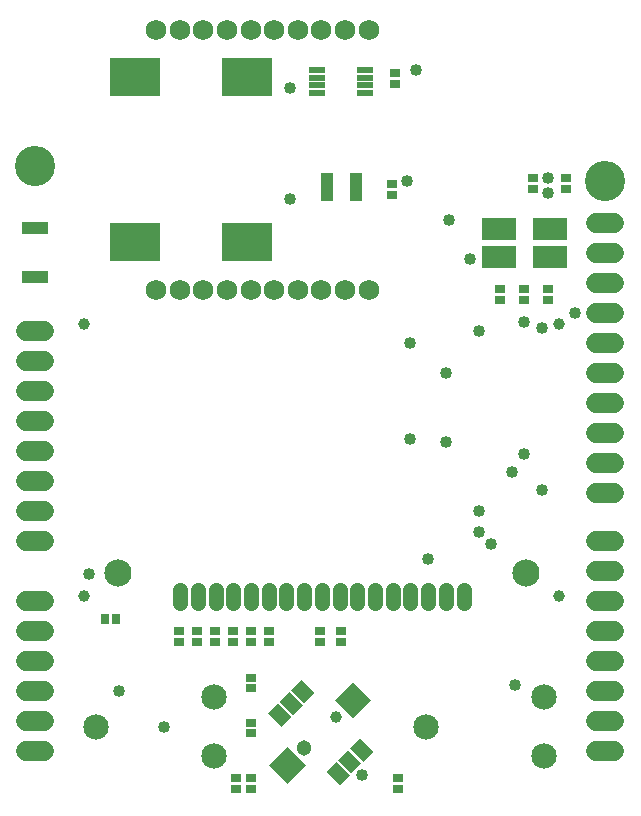
<source format=gts>
G75*
%MOIN*%
%OFA0B0*%
%FSLAX25Y25*%
%IPPOS*%
%LPD*%
%AMOC8*
5,1,8,0,0,1.08239X$1,22.5*
%
%ADD10C,0.08477*%
%ADD11R,0.06312X0.04737*%
%ADD12R,0.08674X0.08674*%
%ADD13C,0.03950*%
%ADD14C,0.05131*%
%ADD15R,0.16548X0.12611*%
%ADD16R,0.05524X0.02178*%
%ADD17R,0.03839X0.09646*%
%ADD18C,0.09068*%
%ADD19C,0.05162*%
%ADD20R,0.03800X0.02600*%
%ADD21R,0.11800X0.07800*%
%ADD22R,0.02600X0.03800*%
%ADD23C,0.06800*%
%ADD24C,0.06737*%
%ADD25C,0.13398*%
%ADD26R,0.08674X0.03950*%
%ADD27C,0.04000*%
D10*
X0035315Y0032000D03*
X0074685Y0022157D03*
X0074685Y0041843D03*
X0145315Y0032000D03*
X0184685Y0022157D03*
X0184685Y0041843D03*
D11*
G36*
X0124198Y0020248D02*
X0119735Y0024711D01*
X0123084Y0028060D01*
X0127547Y0023597D01*
X0124198Y0020248D01*
G37*
G36*
X0120301Y0016350D02*
X0115838Y0020813D01*
X0119187Y0024162D01*
X0123650Y0019699D01*
X0120301Y0016350D01*
G37*
G36*
X0116403Y0012453D02*
X0111940Y0016916D01*
X0115289Y0020265D01*
X0119752Y0015802D01*
X0116403Y0012453D01*
G37*
G36*
X0096916Y0031940D02*
X0092453Y0036403D01*
X0095802Y0039752D01*
X0100265Y0035289D01*
X0096916Y0031940D01*
G37*
G36*
X0100813Y0035838D02*
X0096350Y0040301D01*
X0099699Y0043650D01*
X0104162Y0039187D01*
X0100813Y0035838D01*
G37*
G36*
X0104711Y0039735D02*
X0100248Y0044198D01*
X0103597Y0047547D01*
X0108060Y0043084D01*
X0104711Y0039735D01*
G37*
D12*
G36*
X0120857Y0034724D02*
X0114724Y0040857D01*
X0120857Y0046990D01*
X0126990Y0040857D01*
X0120857Y0034724D01*
G37*
G36*
X0099143Y0013010D02*
X0093010Y0019143D01*
X0099143Y0025276D01*
X0105276Y0019143D01*
X0099143Y0013010D01*
G37*
D13*
X0115289Y0035289D03*
X0189630Y0075362D03*
X0189630Y0166307D03*
X0031362Y0166307D03*
X0031362Y0075362D03*
D14*
X0104711Y0024711D03*
D15*
X0085654Y0193441D03*
X0048252Y0193441D03*
X0048252Y0248559D03*
X0085654Y0248559D03*
D16*
X0109028Y0248280D03*
X0109028Y0250839D03*
X0109028Y0245720D03*
X0109028Y0243161D03*
X0124972Y0243161D03*
X0124972Y0245720D03*
X0124972Y0248280D03*
X0124972Y0250839D03*
D17*
X0121882Y0212000D03*
X0112118Y0212000D03*
D18*
X0178606Y0083039D03*
X0042386Y0083039D03*
D19*
X0063252Y0077543D02*
X0063252Y0073181D01*
X0069157Y0073181D02*
X0069157Y0077543D01*
X0075063Y0077543D02*
X0075063Y0073181D01*
X0080969Y0073181D02*
X0080969Y0077543D01*
X0086874Y0077543D02*
X0086874Y0073181D01*
X0092780Y0073181D02*
X0092780Y0077543D01*
X0098685Y0077543D02*
X0098685Y0073181D01*
X0104591Y0073181D02*
X0104591Y0077543D01*
X0110496Y0077543D02*
X0110496Y0073181D01*
X0116402Y0073181D02*
X0116402Y0077543D01*
X0122307Y0077543D02*
X0122307Y0073181D01*
X0128213Y0073181D02*
X0128213Y0077543D01*
X0134118Y0077543D02*
X0134118Y0073181D01*
X0140024Y0073181D02*
X0140024Y0077543D01*
X0145929Y0077543D02*
X0145929Y0073181D01*
X0151835Y0073181D02*
X0151835Y0077543D01*
X0157740Y0077543D02*
X0157740Y0073181D01*
D20*
X0117000Y0063800D03*
X0117000Y0060200D03*
X0110000Y0060200D03*
X0110000Y0063800D03*
X0093000Y0063800D03*
X0093000Y0060200D03*
X0087000Y0060200D03*
X0087000Y0063800D03*
X0081000Y0063800D03*
X0081000Y0060200D03*
X0075000Y0060200D03*
X0075000Y0063800D03*
X0069000Y0063800D03*
X0069000Y0060200D03*
X0063000Y0060200D03*
X0063000Y0063800D03*
X0087000Y0048300D03*
X0087000Y0044700D03*
X0087000Y0033300D03*
X0087000Y0029700D03*
X0087000Y0014800D03*
X0087000Y0011200D03*
X0082000Y0011200D03*
X0082000Y0014800D03*
X0136000Y0014800D03*
X0136000Y0011200D03*
X0170000Y0174200D03*
X0170000Y0177800D03*
X0178000Y0177800D03*
X0178000Y0174200D03*
X0186000Y0174200D03*
X0186000Y0177800D03*
X0181000Y0211200D03*
X0181000Y0214800D03*
X0192000Y0214800D03*
X0192000Y0211200D03*
X0134000Y0212800D03*
X0134000Y0209200D03*
X0135000Y0246200D03*
X0135000Y0249800D03*
D21*
X0169500Y0198000D03*
X0169500Y0188500D03*
X0186500Y0188500D03*
X0186500Y0198000D03*
D22*
X0041800Y0068000D03*
X0038200Y0068000D03*
D23*
X0055260Y0177693D03*
X0063134Y0177693D03*
X0071008Y0177693D03*
X0078882Y0177693D03*
X0086756Y0177693D03*
X0094630Y0177693D03*
X0102504Y0177693D03*
X0110378Y0177693D03*
X0118252Y0177693D03*
X0126126Y0177693D03*
X0126126Y0264307D03*
X0118252Y0264307D03*
X0110378Y0264307D03*
X0102504Y0264307D03*
X0094630Y0264307D03*
X0086756Y0264307D03*
X0078882Y0264307D03*
X0071008Y0264307D03*
X0063134Y0264307D03*
X0055260Y0264307D03*
D24*
X0017969Y0024000D02*
X0012031Y0024000D01*
X0012031Y0034000D02*
X0017969Y0034000D01*
X0017969Y0044000D02*
X0012031Y0044000D01*
X0012031Y0054000D02*
X0017969Y0054000D01*
X0017969Y0064000D02*
X0012031Y0064000D01*
X0012031Y0074000D02*
X0017969Y0074000D01*
X0017969Y0094000D02*
X0012031Y0094000D01*
X0012031Y0104000D02*
X0017969Y0104000D01*
X0017969Y0114000D02*
X0012031Y0114000D01*
X0012031Y0124000D02*
X0017969Y0124000D01*
X0017969Y0134000D02*
X0012031Y0134000D01*
X0012031Y0144000D02*
X0017969Y0144000D01*
X0017969Y0154000D02*
X0012031Y0154000D01*
X0012031Y0164000D02*
X0017969Y0164000D01*
X0202031Y0160000D02*
X0207969Y0160000D01*
X0207969Y0170000D02*
X0202031Y0170000D01*
X0202031Y0180000D02*
X0207969Y0180000D01*
X0207969Y0190000D02*
X0202031Y0190000D01*
X0202031Y0200000D02*
X0207969Y0200000D01*
X0207969Y0150000D02*
X0202031Y0150000D01*
X0202031Y0140000D02*
X0207969Y0140000D01*
X0207969Y0130000D02*
X0202031Y0130000D01*
X0202031Y0120000D02*
X0207969Y0120000D01*
X0207969Y0110000D02*
X0202031Y0110000D01*
X0202031Y0094000D02*
X0207969Y0094000D01*
X0207969Y0084000D02*
X0202031Y0084000D01*
X0202031Y0074000D02*
X0207969Y0074000D01*
X0207969Y0064000D02*
X0202031Y0064000D01*
X0202031Y0054000D02*
X0207969Y0054000D01*
X0207969Y0044000D02*
X0202031Y0044000D01*
X0202031Y0034000D02*
X0207969Y0034000D01*
X0207969Y0024000D02*
X0202031Y0024000D01*
D25*
X0205000Y0214000D03*
X0015000Y0219000D03*
D26*
X0015000Y0198268D03*
X0015000Y0181732D03*
D27*
X0033000Y0083000D03*
X0043000Y0044000D03*
X0058000Y0032000D03*
X0124000Y0016000D03*
X0175000Y0046000D03*
X0146000Y0088000D03*
X0163000Y0097000D03*
X0167000Y0093000D03*
X0163000Y0104000D03*
X0174000Y0117000D03*
X0178000Y0123000D03*
X0184000Y0111000D03*
X0151835Y0126835D03*
X0140024Y0128024D03*
X0152000Y0150000D03*
X0163000Y0164000D03*
X0178000Y0167000D03*
X0184000Y0165000D03*
X0195000Y0170000D03*
X0186000Y0210000D03*
X0186000Y0215000D03*
X0160000Y0188000D03*
X0153000Y0201000D03*
X0139000Y0214000D03*
X0142000Y0251000D03*
X0100000Y0245000D03*
X0100000Y0208000D03*
X0140000Y0160000D03*
M02*

</source>
